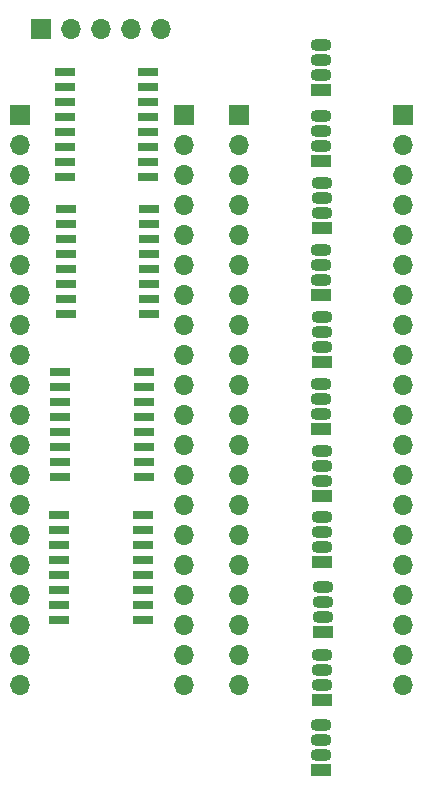
<source format=gbr>
%TF.GenerationSoftware,KiCad,Pcbnew,(5.1.12)-1*%
%TF.CreationDate,2024-09-26T07:51:33+09:00*%
%TF.ProjectId,imu_led_connect,696d755f-6c65-4645-9f63-6f6e6e656374,rev?*%
%TF.SameCoordinates,Original*%
%TF.FileFunction,Soldermask,Top*%
%TF.FilePolarity,Negative*%
%FSLAX46Y46*%
G04 Gerber Fmt 4.6, Leading zero omitted, Abs format (unit mm)*
G04 Created by KiCad (PCBNEW (5.1.12)-1) date 2024-09-26 07:51:33*
%MOMM*%
%LPD*%
G01*
G04 APERTURE LIST*
%ADD10O,1.700000X1.700000*%
%ADD11R,1.700000X1.700000*%
%ADD12R,1.775000X0.700000*%
%ADD13O,1.800000X1.070000*%
%ADD14R,1.800000X1.070000*%
G04 APERTURE END LIST*
D10*
%TO.C,J23*%
X60060000Y-68725000D03*
X57520000Y-68725000D03*
X54980000Y-68725000D03*
X52440000Y-68725000D03*
D11*
X49900000Y-68725000D03*
%TD*%
D10*
%TO.C,J18*%
X80550000Y-124260000D03*
X80550000Y-121720000D03*
X80550000Y-119180000D03*
X80550000Y-116640000D03*
X80550000Y-114100000D03*
X80550000Y-111560000D03*
X80550000Y-109020000D03*
X80550000Y-106480000D03*
X80550000Y-103940000D03*
X80550000Y-101400000D03*
X80550000Y-98860000D03*
X80550000Y-96320000D03*
X80550000Y-93780000D03*
X80550000Y-91240000D03*
X80550000Y-88700000D03*
X80550000Y-86160000D03*
X80550000Y-83620000D03*
X80550000Y-81080000D03*
X80550000Y-78540000D03*
D11*
X80550000Y-76000000D03*
%TD*%
D10*
%TO.C,J17*%
X66625000Y-124260000D03*
X66625000Y-121720000D03*
X66625000Y-119180000D03*
X66625000Y-116640000D03*
X66625000Y-114100000D03*
X66625000Y-111560000D03*
X66625000Y-109020000D03*
X66625000Y-106480000D03*
X66625000Y-103940000D03*
X66625000Y-101400000D03*
X66625000Y-98860000D03*
X66625000Y-96320000D03*
X66625000Y-93780000D03*
X66625000Y-91240000D03*
X66625000Y-88700000D03*
X66625000Y-86160000D03*
X66625000Y-83620000D03*
X66625000Y-81080000D03*
X66625000Y-78540000D03*
D11*
X66625000Y-76000000D03*
%TD*%
D10*
%TO.C,J16*%
X61975000Y-124260000D03*
X61975000Y-121720000D03*
X61975000Y-119180000D03*
X61975000Y-116640000D03*
X61975000Y-114100000D03*
X61975000Y-111560000D03*
X61975000Y-109020000D03*
X61975000Y-106480000D03*
X61975000Y-103940000D03*
X61975000Y-101400000D03*
X61975000Y-98860000D03*
X61975000Y-96320000D03*
X61975000Y-93780000D03*
X61975000Y-91240000D03*
X61975000Y-88700000D03*
X61975000Y-86160000D03*
X61975000Y-83620000D03*
X61975000Y-81080000D03*
X61975000Y-78540000D03*
D11*
X61975000Y-76000000D03*
%TD*%
D10*
%TO.C,J15*%
X48100000Y-124260000D03*
X48100000Y-121720000D03*
X48100000Y-119180000D03*
X48100000Y-116640000D03*
X48100000Y-114100000D03*
X48100000Y-111560000D03*
X48100000Y-109020000D03*
X48100000Y-106480000D03*
X48100000Y-103940000D03*
X48100000Y-101400000D03*
X48100000Y-98860000D03*
X48100000Y-96320000D03*
X48100000Y-93780000D03*
X48100000Y-91240000D03*
X48100000Y-88700000D03*
X48100000Y-86160000D03*
X48100000Y-83620000D03*
X48100000Y-81080000D03*
X48100000Y-78540000D03*
D11*
X48100000Y-76000000D03*
%TD*%
D12*
%TO.C,IC6*%
X58488000Y-109905000D03*
X58488000Y-111175000D03*
X58488000Y-112445000D03*
X58488000Y-113715000D03*
X58488000Y-114985000D03*
X58488000Y-116255000D03*
X58488000Y-117525000D03*
X58488000Y-118795000D03*
X51412000Y-118795000D03*
X51412000Y-117525000D03*
X51412000Y-116255000D03*
X51412000Y-114985000D03*
X51412000Y-113715000D03*
X51412000Y-112445000D03*
X51412000Y-111175000D03*
X51412000Y-109905000D03*
%TD*%
%TO.C,IC5*%
X58563000Y-97755000D03*
X58563000Y-99025000D03*
X58563000Y-100295000D03*
X58563000Y-101565000D03*
X58563000Y-102835000D03*
X58563000Y-104105000D03*
X58563000Y-105375000D03*
X58563000Y-106645000D03*
X51487000Y-106645000D03*
X51487000Y-105375000D03*
X51487000Y-104105000D03*
X51487000Y-102835000D03*
X51487000Y-101565000D03*
X51487000Y-100295000D03*
X51487000Y-99025000D03*
X51487000Y-97755000D03*
%TD*%
%TO.C,IC4*%
X59038000Y-84005000D03*
X59038000Y-85275000D03*
X59038000Y-86545000D03*
X59038000Y-87815000D03*
X59038000Y-89085000D03*
X59038000Y-90355000D03*
X59038000Y-91625000D03*
X59038000Y-92895000D03*
X51962000Y-92895000D03*
X51962000Y-91625000D03*
X51962000Y-90355000D03*
X51962000Y-89085000D03*
X51962000Y-87815000D03*
X51962000Y-86545000D03*
X51962000Y-85275000D03*
X51962000Y-84005000D03*
%TD*%
%TO.C,IC3*%
X58963000Y-72355000D03*
X58963000Y-73625000D03*
X58963000Y-74895000D03*
X58963000Y-76165000D03*
X58963000Y-77435000D03*
X58963000Y-78705000D03*
X58963000Y-79975000D03*
X58963000Y-81245000D03*
X51887000Y-81245000D03*
X51887000Y-79975000D03*
X51887000Y-78705000D03*
X51887000Y-77435000D03*
X51887000Y-76165000D03*
X51887000Y-74895000D03*
X51887000Y-73625000D03*
X51887000Y-72355000D03*
%TD*%
D13*
%TO.C,D12*%
X73600000Y-127640000D03*
X73600000Y-128910000D03*
X73600000Y-130180000D03*
D14*
X73600000Y-131450000D03*
%TD*%
D13*
%TO.C,D11*%
X73625000Y-121715000D03*
X73625000Y-122985000D03*
X73625000Y-124255000D03*
D14*
X73625000Y-125525000D03*
%TD*%
D13*
%TO.C,D10*%
X73725000Y-116015000D03*
X73725000Y-117285000D03*
X73725000Y-118555000D03*
D14*
X73725000Y-119825000D03*
%TD*%
D13*
%TO.C,D9*%
X73675000Y-110085000D03*
X73675000Y-111355000D03*
X73675000Y-112625000D03*
D14*
X73675000Y-113895000D03*
%TD*%
D13*
%TO.C,D8*%
X73625000Y-104440000D03*
X73625000Y-105710000D03*
X73625000Y-106980000D03*
D14*
X73625000Y-108250000D03*
%TD*%
D13*
%TO.C,D7*%
X73600000Y-98805000D03*
X73600000Y-100075000D03*
X73600000Y-101345000D03*
D14*
X73600000Y-102615000D03*
%TD*%
D13*
%TO.C,D6*%
X73625000Y-93080000D03*
X73625000Y-94350000D03*
X73625000Y-95620000D03*
D14*
X73625000Y-96890000D03*
%TD*%
D13*
%TO.C,D5*%
X73600000Y-87440000D03*
X73600000Y-88710000D03*
X73600000Y-89980000D03*
D14*
X73600000Y-91250000D03*
%TD*%
D13*
%TO.C,D4*%
X73625000Y-81765000D03*
X73625000Y-83035000D03*
X73625000Y-84305000D03*
D14*
X73625000Y-85575000D03*
%TD*%
D13*
%TO.C,D3*%
X73600000Y-76110000D03*
X73600000Y-77380000D03*
X73600000Y-78650000D03*
D14*
X73600000Y-79920000D03*
%TD*%
%TO.C,D2*%
X73600000Y-73920000D03*
D13*
X73600000Y-72650000D03*
X73600000Y-71380000D03*
X73600000Y-70110000D03*
%TD*%
M02*

</source>
